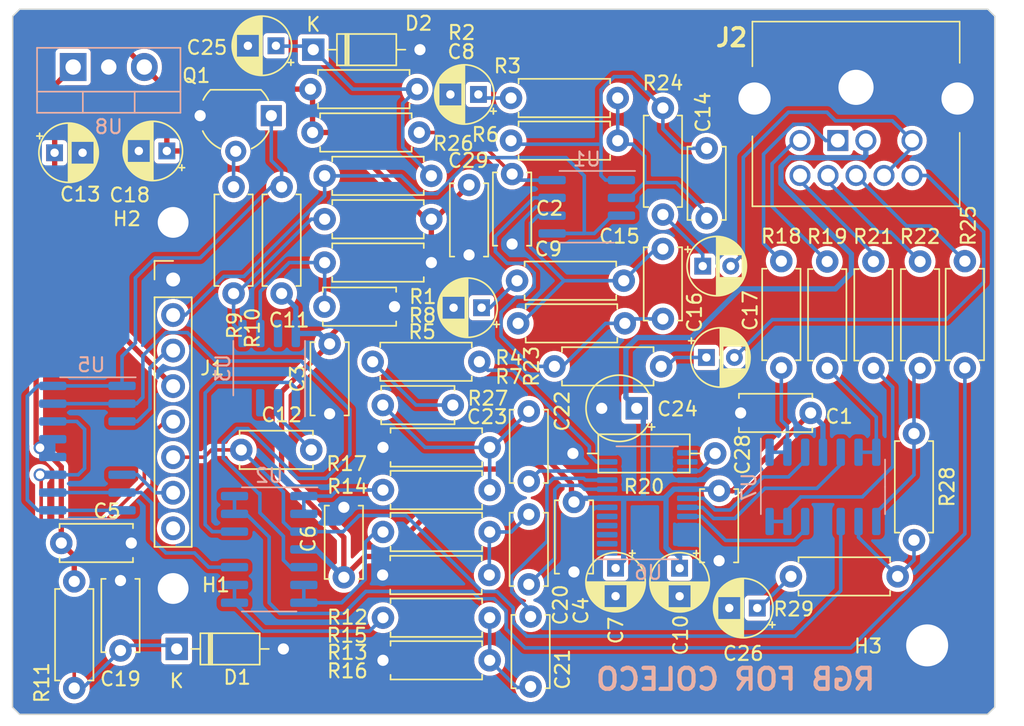
<source format=kicad_pcb>
(kicad_pcb (version 20221018) (generator pcbnew)
  (layers (0 "F.Cu" signal) (31 "B.Cu" signal) (34 "B.Paste" user) (35 "F.Paste" user) (36 "B.SilkS" user "B.Silkscreen") (37 "F.SilkS" user "F.Silkscreen") (38 "B.Mask" user) (39 "F.Mask" user) (44 "Edge.Cuts" user))
  (net 0 "")
  (net 1 "VDDF")
  (net 2 "GNDD")
  (net 3 "/blue")
  (net 4 "/green")
  (net 5 "/comp_vid")
  (net 6 "/sync")
  (net 7 "/audio_1")
  (net 8 "/red")
  (net 9 "/audio_2")
  (net 10 "+5VD")
  (net 11 "/Y")
  (net 12 "Net-(C14-Pad2)")
  (net 13 "Net-(C15-Pad2)")
  (net 14 "/Pr")
  (net 15 "/Pb")
  (net 16 "Net-(Q1-B)")
  (net 17 "Net-(D1-K)")
  (net 18 "Net-(C21-Pad2)")
  (net 19 "Net-(C22-Pad2)")
  (net 20 "Net-(Q1-E)")
  (net 21 "Net-(C8-Pad1)")
  (net 22 "Net-(C9-Pad1)")
  (net 23 "Net-(U3-INT)")
  (net 24 "Net-(U3-VIDEO)")
  (net 25 "Net-(U1A--)")
  (net 26 "Net-(U1B--)")
  (net 27 "Net-(U6-Pr)")
  (net 28 "Net-(C20-Pad2)")
  (net 29 "Net-(U6-Pb)")
  (net 30 "Net-(U6-Y)")
  (net 31 "Net-(U6-SYNC)")
  (net 32 "Net-(J1-Pin_2)")
  (net 34 "Net-(U3-BURST)")
  (net 35 "Net-(U2B--)")
  (net 36 "Net-(U2C--)")
  (net 37 "Net-(U2A--)")
  (net 38 "Net-(U6-R_EXT)")
  (net 39 "Net-(U2B-+)")
  (net 40 "Net-(U2C-+)")
  (net 41 "Net-(U2D-+)")
  (net 51 "Net-(C16-Pad1)")
  (net 52 "Net-(C17-Pad1)")
  (net 53 "Net-(U2D--)")
  (net 54 "Net-(U1C-V+)")
  (net 55 "Net-(C23-Pad1)")
  (net 56 "Net-(U7B-+)")
  (net 57 "Net-(U7A-+)")
  (net 58 "Net-(U7D-+)")
  (net 59 "Net-(U7D--)")
  (net 60 "Net-(U7C--)")
  (net 61 "Net-(U7B--)")
  (net 62 "Net-(U7A--)")
  (net 63 "Net-(D2-K)")
  (net 64 "Net-(R22-Pad1)")
  (net 65 "Net-(C26-Pad1)")
  (footprint "Capacitor_THT:CP_Radial_D4.0mm_P2.00mm" (layer "F.Cu") (at 135.5926 59.436 180)
    (fp_text reference "C8")
    (fp_text value "10uF")
  )
  (footprint "Resistor_THT:R_Axial_DIN0207_L6.3mm_D2.5mm_P7.62mm_Horizontal" (layer "F.Cu") (at 167.132 78.994 90)
    (fp_text reference "R22")
    (fp_text value "75R")
  )
  (footprint "Resistor_THT:R_Axial_DIN0207_L6.3mm_D2.5mm_P7.62mm_Horizontal" (layer "F.Cu") (at 136.398 87.7062 180)
    (fp_text reference "R14")
    (fp_text value "160R")
  )
  (footprint "Diode_THT:D_DO-35_SOD27_P7.62mm_Horizontal" (layer "F.Cu") (at 123.7996 56.2356)
    (fp_text reference "D2")
    (fp_text value "2.4V")
  )
  (footprint "Capacitor_THT:CP_Radial_D4.0mm_P2.00mm" (layer "F.Cu") (at 121.1326 55.9562 180)
    (fp_text reference "C25")
    (fp_text value "10uF")
  )
  (footprint "Resistor_THT:R_Axial_DIN0207_L6.3mm_D2.5mm_P7.62mm_Horizontal" (layer "F.Cu") (at 166.7002 83.6676 -90)
    (fp_text reference "R28")
    (fp_text value "200R")
  )
  (footprint "Resistor_THT:R_Axial_DIN0207_L6.3mm_D2.5mm_P7.62mm_Horizontal" (layer "F.Cu") (at 132.2324 71.4502 180)
    (fp_text reference "R5")
    (fp_text value "580k")
  )
  (footprint "Resistor_THT:R_Axial_DIN0207_L6.3mm_D2.5mm_P7.62mm_Horizontal" (layer "F.Cu") (at 145.9738 72.7456 180)
    (fp_text reference "R4")
    (fp_text value "3K3")
  )
  (footprint "Resistor_THT:R_Axial_DIN0207_L6.3mm_D2.5mm_P7.62mm_Horizontal" (layer "F.Cu") (at 132.2324 65.2526 180)
    (fp_text reference "R1")
    (fp_text value "100K")
  )
  (footprint "Capacitor_THT:CP_Radial_D4.0mm_P2.00mm" (layer "F.Cu") (at 135.8212 74.676 180)
    (fp_text reference "C9")
    (fp_text value "10uF")
  )
  (footprint "Resistor_THT:R_Axial_DIN0207_L6.3mm_D2.5mm_P7.62mm_Horizontal" (layer "F.Cu") (at 128.7526 93.7768)
    (fp_text reference "R15")
    (fp_text value "620R")
  )
  (footprint "Resistor_THT:R_Axial_DIN0207_L6.3mm_D2.5mm_P10.16mm_Horizontal" (layer "F.Cu") (at 152.5016 85.09 180)
    (fp_text reference "R20")
    (fp_text value "10K")
  )
  (footprint "Capacitor_THT:C_Disc_D5.0mm_W2.5mm_P5.00mm" (layer "F.Cu") (at 133.7672 81.6356 180)
    (fp_text reference "C23")
    (fp_text value "100nF")
  )
  (footprint "Capacitor_THT:C_Disc_D5.0mm_W2.5mm_P5.00mm" (layer "F.Cu") (at 154.3196 82.1944)
    (fp_text reference "C1")
    (fp_text value "100nF")
  )
  (footprint "Resistor_THT:R_Axial_DIN0207_L6.3mm_D2.5mm_P7.62mm_Horizontal" (layer "F.Cu") (at 157.226 78.9686 90)
    (fp_text reference "R18")
    (fp_text value "75R")
  )
  (footprint "Capacitor_THT:C_Disc_D5.0mm_W2.5mm_P5.00mm" (layer "F.Cu") (at 118.658 84.836)
    (fp_text reference "C12")
    (fp_text value "100nF")
  )
  (footprint "Resistor_THT:R_Axial_DIN0207_L6.3mm_D2.5mm_P7.62mm_Horizontal" (layer "F.Cu") (at 137.922 62.738)
    (fp_text reference "R6")
    (fp_text value "1K")
  )
  (footprint "Capacitor_THT:C_Disc_D5.0mm_W2.5mm_P5.00mm" (layer "F.Cu") (at 110.0328 99.1724 90)
    (fp_text reference "C19")
    (fp_text value "100nF")
  )
  (footprint "Capacitor_THT:C_Disc_D5.0mm_W2.5mm_P5.00mm" (layer "F.Cu") (at 129.6016 74.5998 180)
    (fp_text reference "C11")
    (fp_text value "100nF")
  )
  (footprint "Resistor_THT:R_Axial_DIN0207_L6.3mm_D2.5mm_P7.62mm_Horizontal" (layer "F.Cu") (at 157.9118 93.8784)
    (fp_text reference "R29")
    (fp_text value "200R")
  )
  (footprint "Capacitor_THT:CP_Radial_D4.0mm_P2.00mm" (layer "F.Cu") (at 155.5062 96.139 180)
    (fp_text reference "C26")
    (fp_text value "10uF")
  )
  (footprint "Resistor_THT:R_Axial_DIN0207_L6.3mm_D2.5mm_P7.62mm_Horizontal" (layer "F.Cu") (at 160.5026 78.994 90)
    (fp_text reference "R19")
    (fp_text value "75R")
  )
  (footprint "MountingHole:MountingHole_2.2mm_M2_DIN965_Pad" (layer "F.Cu") (at 113.792 94.742)
    (fp_text reference "H1")
    (fp_text value "MountingHole_Pad")
  )
  (footprint "MountingHole:MountingHole_3mm_Pad" (layer "F.Cu") (at 167.64 98.806)
    (fp_text reference "H3")
    (fp_text value "MountingHole_Pad")
  )
  (footprint "Resistor_THT:R_Axial_DIN0207_L6.3mm_D2.5mm_P7.62mm_Horizontal" (layer "F.Cu") (at 146.05 75.7936 180)
    (fp_text reference "R7")
    (fp_text value "1k")
  )
  (footprint "Capacitor_THT:CP_Radial_Tantal_D4.5mm_P2.50mm" (layer "F.Cu") (at 146.899 81.8642 180)
    (fp_text reference "C24")
    (fp_text value "10uF")
  )
  (footprint "Resistor_THT:R_Axial_DIN0207_L6.3mm_D2.5mm_P7.62mm_Horizontal" (layer "F.Cu") (at 148.6408 78.867 180)
    (fp_text reference "R23")
    (fp_text value "330R")
  )
  (footprint "Capacitor_THT:C_Disc_D5.0mm_W2.5mm_P5.00mm" (layer "F.Cu") (at 148.7678 70.4742 -90)
    (fp_text reference "C15")
    (fp_text value "22pF")
  )
  (footprint "Resistor_THT:R_Axial_DIN0207_L6.3mm_D2.5mm_P7.62mm_Horizontal" (layer "F.Cu") (at 145.542 59.69 180)
    (fp_text reference "R3")
    (fp_text value "3K3")
  )
  (footprint "Capacitor_THT:CP_Radial_D4.0mm_P2.00mm" (layer "F.Cu") (at 151.6126 71.7042)
    (fp_text reference "C16")
    (fp_text value "10uF")
  )
  (footprint "Resistor_THT:R_Axial_DIN0207_L6.3mm_D2.5mm_P7.62mm_Horizontal" (layer "F.Cu") (at 128.778 84.6582)
    (fp_text reference "R17")
    (fp_text value "910R")
  )
  (footprint "Resistor_THT:R_Axial_DIN0207_L6.3mm_D2.5mm_P7.62mm_Horizontal" (layer "F.Cu") (at 131.2164 59.055 180)
    (fp_text reference "R2")
    (fp_text value "470R")
  )
  (footprint "Resistor_THT:R_Axial_DIN0207_L6.3mm_D2.5mm_P7.62mm_Horizontal" (layer "F.Cu") (at 121.539 66.04 -90)
    (fp_text reference "R10")
    (fp_text value "1K")
  )
  (footprint "Capacitor_THT:C_Disc_D5.0mm_W2.5mm_P5.00mm" (layer "F.Cu") (at 139.192 94.448 90)
    (fp_text reference "C20")
    (fp_text value "100nF")
  )
  (footprint "Capacitor_THT:C_Disc_D5.0mm_W2.5mm_P5.00mm" (layer "F.Cu") (at 142.4178 93.559 90)
    (fp_text reference "C4")
    (fp_text value "100nF")
  )
  (footprint "Resistor_THT:R_Axial_DIN0207_L6.3mm_D2.5mm_P7.62mm_Horizontal" (layer "F.Cu") (at 128.778 90.7034)
    (fp_text reference "R12")
    (fp_text value "910R")
  )
  (footprint "Resistor_THT:R_Axial_DIN0207_L6.3mm_D2.5mm_P7.62mm_Horizontal" (layer "F.Cu") (at 131.3688 62.1538 180)
    (fp_text reference "R26")
    (fp_text value "10R")
  )
  (footprint "Capacitor_THT:C_Disc_D5.0mm_W2.5mm_P5.00mm" (layer "F.Cu") (at 125.984 88.94 -90)
    (fp_text reference "C6")
    (fp_text value "100nF")
  )
  (footprint "Resistor_THT:R_Axial_DIN0207_L6.3mm_D2.5mm_P7.62mm_Horizontal" (layer "F.Cu") (at 163.8046 78.994 90)
    (fp_text reference "R21")
    (fp_text value "75R")
  )
  (footprint "Capacitor_THT:CP_Radial_D4.0mm_P2.00mm" (layer "F.Cu") (at 151.8732 78.232)
    (fp_text reference "C17")
    (fp_text value "10uF")
  )
  (footprint "Capacitor_THT:C_Disc_D5.0mm_W2.5mm_P5.00mm" (layer "F.Cu") (at 124.968 82.256 90)
    (fp_text reference "C3")
    (fp_text value "100nF")
  )
  (footprint "Capacitor_THT:C_Disc_D5.0mm_W2.5mm_P5.00mm" (layer "F.Cu") (at 152.781 92.757 90)
    (fp_text reference "C28")
    (fp_text value "100nF")
  )
  (footprint "Capacitor_THT:CP_Radial_D4.0mm_P2.00mm" (layer "F.Cu") (at 105.326401 63.6016)
    (fp_text reference "C13")
    (fp_text value "10uF")
  )
  (footprint "Resistor_THT:R_Axial_DIN0207_L6.3mm_D2.5mm_P7.62mm_Horizontal" (layer "F.Cu") (at 148.7678 68.0212 90)
    (fp_text reference "R24")
    (fp_text value "330R")
  )
  (footprint "Capacitor_THT:C_Disc_D5.0mm_W2.5mm_P5.00mm" (layer "F.Cu") (at 134.9248 70.9022 90)
    (fp_text reference "C29")
    (fp_text value "100nF")
  )
  (footprint "Capacitor_THT:CP_Radial_D4.0mm_P2.00mm" (layer "F.Cu") (at 113.342199 63.4746 180)
    (fp_text reference "C18")
    (fp_text value "4.7uF")
  )
  (footprint "Resistor_THT:R_Axial_DIN0207_L6.3mm_D2.5mm_P7.62mm_Horizontal" (layer "F.Cu") (at 128.778 99.8728)
    (fp_text reference "R16")
    (fp_text value "910R")
  )
  (footprint "Resistor_THT:R_Axial_DIN0207_L6.3mm_D2.5mm_P7.62mm_Horizontal" (layer "F.Cu") (at 135.6614 78.5368 180)
    (fp_text reference "R27")
    (fp_text value "200R")
  )
  (footprint "Capacitor_THT:C_Disc_D5.0mm_W2.5mm_P5.00mm" (layer "F.Cu") (at 110.8056 91.4908 180)
    (fp_text reference "C5")
    (fp_text value "100nF")
  )
  (footprint "Capacitor_THT:C_Disc_D5.0mm_W2.5mm_P5.00mm" (layer "F.Cu") (at 137.9982 70.1256 90)
    (fp_text reference "C2")
    (fp_text value "100nF")
  )
  (footprint "Connector_PinHeader_2.54mm:PinHeader_1x08_P2.54mm_Vertical" (layer "F.Cu") (at 113.792 72.659)
    (fp_text reference "J1")
    (fp_text value "Conn_01x08")
  )
  (footprint "Package_TO_SOT_THT:TO-92_Wide" (layer "F.Cu") (at 120.8024 60.952 180)
    (fp_text reference "Q1")
    (fp_text value "2N3906")
  )
  (footprint "Capacitor_THT:CP_Radial_D4.0mm_P2.00mm" (layer "F.Cu") (at 149.9616 93.2942 -90)
    (fp_text reference "C10")
    (fp_text value "10uF")
  )
  (footprint "Diode_THT:D_DO-35_SOD27_P7.62mm_Horizontal" (layer "F.Cu") (at 114.046 99.06)
    (fp_text reference "D1")
    (fp_text value "2.4V")
  )
  (footprint "Resistor_THT:R_Axial_DIN0207_L6.3mm_D2.5mm_P7.62mm_Horizontal" (layer "F.Cu") (at 170.3324 78.9686 90)
    (fp_text reference "R25")
    (fp_text value "75R")
  )
  (footprint "Resistor_THT:R_Axial_DIN0207_L6.3mm_D2.5mm_P7.62mm_Horizontal" (layer "F.Cu") (at 106.7308 94.234 -90)
    (fp_text reference "R11")
    (fp_text value "470R")
  )
  (footprint "Resistor_THT:R_Axial_DIN0207_L6.3mm_D2.5mm_P7.62mm_Horizontal" (layer "F.Cu") (at 136.398 96.828 180)
    (fp_text reference "R13")
    (fp_text value "680R")
  )
  (footprint "Resistor_THT:R_Axial_DIN0207_L6.3mm_D2.5mm_P7.62mm_Horizontal" (layer "F.Cu") (at 132.2324 68.3514 180)
    (fp_text reference "R8")
    (fp_text value "3K3")
  )
  (footprint "Capacitor_THT:C_Disc_D5.0mm_W2.5mm_P5.00mm" (layer "F.Cu") (at 139.319 96.7486 -90)
    (fp_text reference "C21")
    (fp_text value "100nF")
  )
  (footprint "Capacitor_THT:CP_Radial_D4.0mm_P2.00mm" (layer "F.Cu") (at 145.3896 93.286801 -90)
    (fp_text reference "C7")
    (fp_text value "10uF")
  )
  (footprint "MountingHole:MountingHole_2.2mm_M2_DIN965_Pad" (layer "F.Cu") (at 113.792 68.58)
    (fp_text reference "H2")
    (fp_text value "MountingHole_Pad")
  )
  (footprint "Resistor_THT:R_Axial_DIN0207_L6.3mm_D2.5mm_P7.62mm_Horizontal" (layer "F.Cu") (at 118.11 66.04 -90)
    (fp_text reference "R9")
    (fp_text value "100R")
  )
  (footprint "Capacitor_THT:C_Disc_D5.0mm_W2.5mm_P5.00mm" (layer "F.Cu") (at 139.192 87.082 90)
    (fp_text reference "C22")
    (fp_text value "100nF")
  )
  (footprint "KiCad:MD90SM" (layer "F.Cu") (at 161.26 62.728)
    (fp_text reference "J2")
    (fp_text value "MD-90SM" hide)
  )
  (footprint "Capacitor_THT:C_Disc_D5.0mm_W2.5mm_P5.00mm" (layer "F.Cu") (at 151.892 68.286 90)
    (fp_text reference "C14")
    (fp_text value "22pF")
  )
  (footprint "Package_SO:SO-14_3.9x8.65mm_P1.27mm" (layer "B.Cu") (at 160.1978 87.4776 -90)
    (fp_text reference "U7")
    (fp_text value "MAX4395ESD")
  )
  (footprint "Package_SO:SOIC-16_3.9x9.9mm_P1.27mm" (layer "B.Cu") (at 107.6691 84.709 180)
    (fp_text reference "U5")
    (fp_text value "ADG453")
  )
  (footprint "Package_SO:SOIC-8_3.9x4.9mm_P1.27mm" (layer "B.Cu") (at 143.3322 67.4624 180)
    (fp_text reference "U1")
    (fp_text value "NE5532")
  )
  (footprint "Package_SO:TSSOP-24_4.4x7.8mm_P0.65mm" (layer "B.Cu") (at 147.6502 88.6206)
    (fp_text reference "U6")
    (fp_text value "LMH1251")
  )
  (footprint "Package_TO_SOT_THT:TO-220-3_Vertical" (layer "B.Cu") (at 106.6546 57.475)
    (fp_text reference "U8")
    (fp_text value "L7805")
  )
  (footprint "Package_SO:SOIC-8_3.9x4.9mm_P1.27mm" (layer "B.Cu") (at 120.65 78.994 90)
    (fp_text reference "U3")
    (fp_text value "LM1881")
  )
  (footprint "Package_SO:SO-14_3.9x8.65mm_P1.27mm" (layer "B.Cu") (at 120.65 91.948 180)
    (fp_text reference "U2")
    (fp_text value "MAX4395ESD")
  )
  (gr_line (start 171.9453 103.7336) (end 172.466 103.2256) (stroke (width 0.1)) (layer "Edge.Cuts"))
  (gr_line (start 102.3239 103.2256) (end 102.3366 53.848) (stroke (width 0.1)) (layer "Edge.Cuts"))
  (gr_line (start 102.8446 53.34) (end 171.958 53.34) (stroke (width 0.1)) (layer "Edge.Cuts"))
  (gr_line (start 102.8319 103.7336) (end 171.9453 103.7336) (stroke (width 0.1)) (layer "Edge.Cuts"))
  (gr_line (start 102.3239 103.2256) (end 102.8319 103.7336) (stroke (width 0.1)) (layer "Edge.Cuts"))
  (gr_line (start 102.8446 53.34) (end 102.3366 53.848) (stroke (width 0.1)) (layer "Edge.Cuts"))
  (gr_line (start 171.958 53.34) (end 172.466 53.848) (stroke (width 0.1)) (layer "Edge.Cuts"))
  (gr_line (start 172.466 103.2256) (end 172.466 53.848) (stroke (width 0.1)) (layer "Edge.Cuts"))
  (gr_text "RGB FOR COLECO" (at 164.084 102.108) (layer "B.SilkS") (effects (font (size 1.5 1.5) (thickness 0.3) bold) (justify left bottom mirror)))
  (segment (start 105.3338 71.8208) (end 113.792 80.279) (width 0.381) (layer "F.Cu") (net 1))
  (segment (start 106.6546 57.475) (end 105.3338 58.7958) (width 0.381) (layer "F.Cu") (net 1))
  (segment (start 105.3338 58.7958) (end 105.3338 71.8208) (width 0.381) (layer "F.Cu") (net 1))
  (segment (start 159.2326 61.5696) (end 160.391 62.728) (width 0.254) (layer "B.Cu") (net 3))
  (segment (start 155.956 63.7032) (end 158.0896 61.5696) (width 0.254) (layer "B.Cu") (net 3))
  (segment (start 155.956 70.0786) (end 155.956 63.7032) (width 0.254) (layer "B.Cu") (net 3))
  (segment (start 158.0896 61.5696) (end 159.2326 61.5696) (width 0.254) (layer "B.Cu") (net 3))
  (segment (start 157.226 71.3486) (end 155.956 70.0786) (width 0.254) (layer "B.Cu") (net 3))
  (segment (start 160.391 62.728) (end 161.26 62.728) (width 0.254) (layer "B.Cu") (net 3))
  (segment (start 156.5656 64.389) (end 156.5656 67.437) (width 0.254) (layer "B.Cu") (net 4))
  (segment (start 156.5656 67.437) (end 160.5026 71.374) (width 0.254) (layer "B.Cu") (net 4))
  (segment (start 158.56 62.728) (end 158.2266 62.728) (width 0.254) (layer "B.Cu") (net 4))
  (segment (start 158.2266 62.728) (end 156.5656 64.389) (width 0.254) (layer "B.Cu") (net 4))
  (segment (start 160.56 65.6656) (end 160.56 65.228) (width 0.254) (layer "B.Cu") (net 5))
  (segment (start 165.0238 69.2658) (end 164.1602 69.2658) (width 0.254) (layer "B.Cu") (net 5))
  (segment (start 164.1602 69.2658) (end 160.56 65.6656) (width 0.254) (layer "B.Cu") (net 5))
  (segment (start 167.132 71.374) (end 165.0238 69.2658) (width 0.254) (layer "B.Cu") (net 5))
  (segment (start 170.3324 71.3486) (end 167.8178 68.834) (width 0.254) (layer "B.Cu") (net 6))
  (segment (start 167.8178 68.834) (end 166.166 68.834) (width 0.254) (layer "B.Cu") (net 6))
  (segment (start 166.166 68.834) (end 162.56 65.228) (width 0.254) (layer "B.Cu") (net 6))
  (segment (start 157.734 60.706) (end 154.5082 63.9318) (width 0.254) (layer "B.Cu") (net 7))
  (segment (start 166.56 63.228) (end 166.56 62.728) (width 0.254) (layer "B.Cu") (net 7))
  (segment (start 161.0868 61.3156) (end 160.4772 60.706) (width 0.254) (layer "B.Cu") (net 7))
  (segment (start 160.4772 60.706) (end 157.734 60.706) (width 0.254) (layer "B.Cu") (net 7))
  (segment (start 164.56 65.228) (end 166.56 63.228) (width 0.254) (layer "B.Cu") (net 7))
  (segment (start 154.5082 63.9318) (end 154.5082 70.8086) (width 0.254) (layer "B.Cu") (net 7))
  (segment (start 166.56 62.728) (end 165.1476 61.3156) (width 0.254) (layer "B.Cu") (net 7))
  (segment (start 154.5082 70.8086) (end 153.6126 71.7042) (width 0.254) (layer "B.Cu") (net 7))
  (segment (start 165.1476 61.3156) (end 161.0868 61.3156) (width 0.254) (layer "B.Cu") (net 7))
  (segment (start 158.56 65.596) (end 163.8046 70.8406) (width 0.254) (layer "B.Cu") (net 8))
  (segment (start 158.56 65.228) (end 158.56 65.596) (width 0.254) (layer "B.Cu") (net 8))
  (segment (start 163.8046 70.8406) (end 163.8046 71.374) (width 0.254) (layer "B.Cu") (net 8))
  (segment (start 166.56 65.228) (end 167.6408 65.228) (width 0.254) (layer "B.Cu") (net 9))
  (segment (start 156.5783 75.5269) (end 168.9989 75.5269) (width 0.254) (layer "B.Cu") (net 9))
  (segment (start 171.6786 72.8472) (end 168.9989 75.5269) (width 0.254) (layer "B.Cu") (net 9))
  (segment (start 171.6786 69.2658) (end 171.6786 72.8472) (width 0.254) (layer "B.Cu") (net 9))
  (segment (start 167.6408 65.228) (end 171.6786 69.2658) (width 0.254) (layer "B.Cu") (net 9))
  (segment (start 153.8732 78.232) (end 156.5783 75.5269) (width 0.254) (layer "B.Cu") (net 9))
  (segment (start 121.539 86.6394) (end 125.984 91.0844) (width 0.381) (layer "F.Cu") (net 10))
  (segment (start 159.3196 82.1944) (end 153.757 87.757) (width 0.381) (layer "F.Cu") (net 10))
  (segment (start 123.7488 59.2074) (end 123.5964 59.055) (width 0.381) (layer "F.Cu") (net 10))
  (segment (start 109.8856 55.626) (end 111.7346 57.475) (width 0.381) (layer "F.Cu") (net 10))
  (segment (start 104.4951 84.6836) (end 104.0638 84.2523) (width 0.381) (layer "F.Cu") (net 10))
  (segment (start 132.2324 68.3514) (end 132.4756 68.3514) (width 0.381) (layer "F.Cu") (net 10))
  (segment (start 115.4684 63.4746) (end 119.888 59.055) (width 0.381) (layer "F.Cu") (net 10))
  (segment (start 124.968 77.256) (end 121.539 80.685) (width 0.381) (layer "F.Cu") (net 10))
  (segment (start 113.342199 63.4746) (end 115.4684 63.4746) (width 0.381) (layer "F.Cu") (net 10))
  (segment (start 124.968 76.74717) (end 124.968 77.256) (width 0.381) (layer "F.Cu") (net 10))
  (segment (start 138.2776 85.217) (end 137.287 86.2076) (width 0.381) (layer "F.Cu") (net 10))
  (segment (start 132.4756 68.3514) (end 134.9248 65.9022) (width 0.381) (layer "F.Cu") (net 10))
  (segment (start 153.757 87.757) (end 152.781 87.757) (width 0.381) (layer "F.Cu") (net 10))
  (segment (start 104.28682 84.6836) (end 104.4443 84.6836) (width 0.381) (layer "F.Cu") (net 10))
  (segment (start 104.007073 84.403853) (end 104.007073 56.927327) (width 0.381) (layer "F.Cu") (net 10))
  (segment (start 132.2324 68.3514) (end 132.2324 69.48277) (width 0.381) (layer "F.Cu") (net 10))
  (segment (start 105.8056 86.0449) (end 105.8056 91.4908) (width 0.381) (layer "F.Cu") (net 10))
  (segment (start 132.2324 68.3514) (end 131.826 68.3514) (width 0.381) (layer "F.Cu") (net 10))
  (segment (start 106.7308 94.234) (end 106.7308 92.416) (width 0.381) (layer "F.Cu") (net 10))
  (segment (start 121.539 80.685) (end 121.539 86.6394) (width 0.381) (layer "F.Cu") (net 10))
  (segment (start 123.7488 62.1538) (end 123.7488 59.2074) (width 0.381) (layer "F.Cu") (net 10))
  (segment (start 131.826 68.3514) (end 125.6284 62.1538) (width 0.381) (layer "F.Cu") (net 10))
  (segment (start 119.888 59.055) (end 123.5964 59.055) (width 0.381) (layer "F.Cu") (net 10))
  (segment (start 125.6284 62.1538) (end 123.7488 62.1538) (width 0.381) (layer "F.Cu") (net 10))
  (segment (start 104.4443 84.6836) (end 105.8056 86.0449) (width 0.381) (layer "F.Cu") (net 10))
  (segment (start 125.984 91.0844) (end 125.984 93.94) (width 0.381) (layer "F.Cu") (net 10))
  (segment (start 104.28682 84.6836) (end 104.4951 84.6836) (width 0.381) (layer "F.Cu") (net 10))
  (segment (start 104.28682 84.6836) (end 104.007073 84.403853) (width 0.381) (layer "F.Cu") (net 10))
  (segment (start 135.1788 86.2076) (end 128.9304 92.456) (width 0.381) (layer "F.Cu") (net 10))
  (segment (start 128.9304 92.456) (end 127.468 92.456) (width 0.381) (layer "F.Cu") (net 10))
  (segment (start 137.287 86.2076) (end 135.1788 86.2076) (width 0.381) (layer "F.Cu") (net 10))
  (segment (start 113.342199 63.4746) (end 113.342199 59.082599) (width 0.381) (layer "F.Cu") (net 10))
  (segment (start 104.007073 56.927327) (end 105.3084 55.626) (width 0.381) (layer "F.Cu") (net 10))
  (segment (start 142.24 88.3158) (end 142.24 87.249) (width 0.381) (layer "F.Cu") (net 10))
  (segment (start 140.208 85.217) (end 138.2776 85.217) (width 0.381) (layer "F.Cu") (net 10))
  (segment (start 113.342199 59.082599) (end 111.7346 57.475) (width 0.381) (layer "F.Cu") (net 10))
  (segment (start 106.7308 92.416) (end 105.8056 91.4908) (width 0.381) (layer "F.Cu") (net 10))
  (segment (start 127.468 92.456) (end 125.984 93.94) (width 0.381) (layer "F.Cu") (net 10))
  (segment (start 142.24 87.249) (end 140.208 85.217) (width 0.381) (layer "F.Cu") (net 10))
  (segment (start 132.2324 69.48277) (end 124.968 76.74717) (width 0.381) (layer "F.Cu") (net 10))
  (segment (start 105.3084 55.626) (end 109.8856 55.626) (width 0.381) (layer "F.Cu") (net 10))
  (via (at 104.28682 84.6836) (size 0.9144) (drill 0.6096) (layers "F.Cu" "B.Cu") (net 10))
  (segment (start 122.555 76.519) (end 122.555 74.676) (width 0.381) (layer "B.Cu") (net 10))
  (segment (start 147.3708 82.336) (end 147.3708 88.2004) (width 0.381) (layer "B.Cu") (net 10))
  (segment (start 105.1941 84.709) (end 105.1941 84.4804) (width 0.381) (layer "B.Cu") (net 10))
  (segment (start 105.1941 85.344) (end 105.1941 84.709) (width 0.381) (layer "B.Cu") (net 10))
  (segment (start 104.5967 84.836) (end 104.4697 84.709) (width 0.381) (layer "B.Cu") (net 10))
  (segment (start 142.2602 88.2956) (end 142.24 88.3158) (width 0.381) (layer "B.Cu") (net 10))
  (segment (start 145.965128 92.711273) (end 145.965128 88.388528) (width 0.381) (layer "B.Cu") (net 10))
  (segment (start 161.0868 73.3298) (end 154.2796 73.3298) (width 0.381) (layer "B.Cu") (net 10))
  (segment (start 145.3896 93.286801) (end 145.965128 92.711273) (width 0.381) (layer "B.Cu") (net 10))
  (segment (start 149.662345 92.1956) (end 149.371 92.1956) (width 0.381) (layer "B.Cu") (net 10))
  (segment (start 147.2808 88.2904) (end 148.90156 88.2904) (width 0.381) (layer "B.Cu") (net 10))
  (segment (start 144.7877 88.2956) (end 142.2602 88.2956) (width 0.381) (layer "B.Cu") (net 10))
  (segment (start 162.2298 70.8406) (end 162.2298 72.1868) (width 0.381) (layer "B.Cu") (net 10))
  (segment (start 163.26 62.728) (end 163.26 63.78866) (width 0.381) (layer "B.Cu") (net 10))
  (segment (start 150.7998 76.8096) (end 146.939 76.8096) (width 0.381) (layer "B.Cu") (net 10))
  (segment (start 105.1941 84.709) (end 105.0671 84.836) (width 0.381) (layer "B.Cu") (net 10))
  (segment (start 148.99156 91.81616) (end 148.99156 88.2004) (width 0.381) (layer "B.Cu") (net 10))
  (segment (start 148.99156 88.2004) (end 149.54636 87.6456) (width 0.381) (layer "B.Cu") (net 10))
  (segment (start 163.09146 63.9572) (end 157.861 63.9572) (width 0.381) (layer "B.Cu") (net 10))
  (segment (start 147.2756 88.2956) (end 145.8722 88.2956) (width 0.381) (layer "B.Cu") (net 10))
  (segment (start 145.8722 88.2956) (end 144.7877 88.2956) (width 0.381) (layer "B.Cu") (net 10))
  (segment (start 104.28682 84.6836) (end 104.31222 84.709) (width 0.381) (layer "B.Cu") (net 10))
  (segment (start 142.4178 88.559) (end 142.4178 88.4532) (width 0.381) (layer "B.Cu") (net 10))
  (segment (start 122.555 76.519) (end 124.231 76.519) (width 0.381) (layer "B.Cu") (net 10))
  (segment (start 150.5127 92.1956) (end 149.662345 92.1956) (width 0.381) (layer "B.Cu") (net 10))
  (segment (start 105.1941 84.4804) (end 104.6983 84.4804) (width 0.381) (layer "B.Cu") (net 10))
  (segment (start 146.939 76.8096) (end 146.1262 77.6224) (width 0.381) (layer "B.Cu") (net 10))
  (segment (start 149.9616 92.494855) (end 149.662345 92.1956) (width 0.381) (layer "B.Cu") (net 10))
  (segment (start 157.861 63.9572) (end 157.2006 64.6176) (width 0.381) (layer "B.Cu") (net 10))
  (segment (start 159.3196 82.1944) (end 160.1978 83.0726) (width 0.381) (layer "B.Cu") (net 10))
  (segment (start 142.4178 88.4532) (end 142.2602 88.2956) (width 0.381) (layer "B.Cu") (net 10))
  (segment (start 154.2796 73.3298) (end 150.7998 76.8096) (width 0.381) (layer "B.Cu") (net 10))
  (segment (start 163.26 63.78866) (end 163.09146 63.9572) (width 0.381) (layer "B.Cu") (net 10))
  (segment (start 105.0671 84.836) (end 105.0671 85.217) (width 0.381) (layer "B.Cu") (net 10))
  (segment (start 122.555 74.676) (end 121.539 73.66) (width 0.381) (layer "B.Cu") (net 10))
  (segment (start 104.94722 85.344) (end 105.1941 85.344) (width 0.381) (layer "B.Cu") (net 10))
  (segment (start 147.2756 88.2956) (end 147.2808 88.2904) (width 0.381) (layer "B.Cu") (net 10))
  (segment (start 146.1262 81.0914) (end 147.3708 82.336) (width 0.381) (layer "B.Cu") (net 10))
  (segment (start 105.0671 84.836) (end 104.5967 84.836) (width 0.381) (layer "B.Cu") (net 10))
  (segment (start 124.231 76.519) (end 124.968 77.256) (width 0.381) (layer "B.Cu") (net 10))
  (segment (start 152.6696 87.6456) (end 152.781 87.757) (width 0.381) (layer "B.Cu") (net 10))
  (segment (start 150.5127 87.6456) (end 152.6696 87.6456) (width 0.381) (layer "B.Cu") (net 10))
  (segment (start 104.31222 84.709) (end 104.4697 84.709) (width 0.381) (layer "B.Cu") (net 10))
  (segment (start 148.90156 88.2904) (end 148.99156 88.2004) (width 0.381) (layer "B.Cu") (net 10))
  (segment (start 104.6983 84.4804) (end 104.4697 84.709) (width 0.381) (layer "B.Cu") (net 10))
  (segment (start 123.125 91.948) (end 123.992 91.948) (width 0.381) (layer "B.Cu") (net 10))
  (segment (start 160.1978 83.0726) (end 160.1978 85.0026) (width 0.381) (layer "B.Cu") (net 10))
  (segment (start 123.992 91.948) (end 125.984 93.94) (width 0.381) (layer "B.Cu") (net 10))
  (segment (start 149.54636 87.6456) (end 150.5127 87.6456) (width 0.381) (layer "B.Cu") (net 10))
  (segment (start 105.1941 84.4804) (end 105.1941 84.074) (width 0.381) (layer "B.Cu") (net 10))
  (segment (start 157.2006 64.6176) (end 157.2006 65.8114) (width 0.381) (layer "B.Cu") (net 10))
  (segment (start 105.0671 85.217) (end 105.1941 85.344) (width 0.381) (layer "B.Cu") (net 10))
  (segment (start 162.2298 72.1868) (end 161.0868 73.3298) (width 0.381) (layer "B.Cu") (net 10))
  (segment (start 104.28682 84.6836) (end 104.94722 85.344) (width 0.381) (layer "B.Cu") (net 10))
  (segment (start 145.965128 88.388528) (end 145.8722 88.2956) (width 0.381) (layer "B.Cu") (net 10))
  (segment (start 149.9616 93.2942) (end 149.9616 92.494855) (width 0.381) (layer "B.Cu") (net 10))
  (segment (start 157.2006 65.8114) (end 162.2298 70.8406) (width 0.381) (layer "B.Cu") (net 10))
  (segment (start 146.1262 77.6224) (end 146.1262 81.0914) (width 0.381) (layer "B.Cu") (net 10))
  (segment (start 149.371 92.1956) (end 148.99156 91.81616) (width 0.381) (layer "B.Cu") (net 10))
  (segment (start 147.3708 88.2004) (end 147.2756 88.2956) (width 0.381) (layer "B.Cu") (net 10))
  (segment (start 113.792 85.359) (end 116.0122 85.359) (width 0.254) (layer "F.Cu") (net 11))
  (segment (start 116.5352 84.836) (end 118.658 84.836) (width 0.254) (layer "F.Cu") (net 11))
  (segment (start 116.0122 85.359) (end 116.5352 84.836) (width 0.254) (layer "F.Cu") (net 11))
  (segment (start 138.077856 96.117056) (end 136.914028 94.953228) (width 0.254) (layer "B.Cu") (net 11))
  (segment (start 136.914028 94.953228) (end 135.847228 94.953228) (width 0.254) (layer "B.Cu") (net 11))
  (segment (start 135.847228 94.953228) (end 130.420972 89.526972) (width 0.254) (layer "B.Cu") (net 11))
  (segment (start 121.666 89.9922) (end 121.666 87.844) (width 0.254) (layer "B.Cu") (net 11))
  (segment (start 158.2166 98.1456) (end 139.052279 98.1456) (width 0.254) (layer "B.Cu") (net 11))
  (segment (start 127.084228 89.526972) (end 125.9332 90.678) (width 0.254) (layer "B.Cu") (net 11))
  (segment (start 161.4678 94.8944) (end 158.2166 98.1456) (width 0.254) (layer "B.Cu") (net 11))
  (segment (start 121.666 87.844) (end 118.658 84.836) (width 0.254) (layer "B.Cu") (net 11))
  (segment (start 122.3518 90.678) (end 121.666 89.9922) (width 0.254) (layer "B.Cu") (net 11))
  (segment (start 123.125 90.678) (end 122.3518 90.678) (width 0.254) (layer "B.Cu") (net 11))
  (segment (start 161.4678 89.9526) (end 161.4678 94.8944) (width 0.254) (layer "B.Cu") (net 11))
  (segment (start 138.077856 97.171177) (end 138.077856 96.117056) (width 0.254) (layer "B.Cu") (net 11))
  (segment (start 130.420972 89.526972) (end 127.084228 89.526972) (width 0.254) (layer "B.Cu") (net 11))
  (segment (start 139.052279 98.1456) (end 138.077856 97.171177) (width 0.254) (layer "B.Cu") (net 11))
  (segment (start 125.9332 90.678) (end 123.125 90.678) (width 0.254) (layer "B.Cu") (net 11))
  (segment (start 150.154 63.286) (end 151.892 63.286) (width 0.254) (layer "B.Cu") (net 12))
  (segment (start 144.3482 65.2272) (end 144.3482 62.98448) (width 0.254) (layer "B.Cu") (net 12))
  (segment (start 150.154 63.286) (end 148.7678 61.8998) (width 0.254) (layer "B.Cu") (net 12))
  (segment (start 144.3482 59.1058) (end 145.288 58.166) (width 0.254) (layer "B.Cu") (net 12))
  (segment (start 145.8072 65.5574) (end 144.6784 65.5574) (width 0.254) (layer "B.Cu") (net 12))
  (segment (start 137.922 62.992) (end 144.34068 62.992) (width 0.254) (layer "B.Cu") (net 12))
  (segment (start 144.6784 65.5574) (end 144.3482 65.2272) (width 0.254) (layer "B.Cu") (net 12))
  (segment (start 146.5326 58.166) (end 145.288 58.166) (width 0.254) (layer "B.Cu") (net 12))
  (segment (start 144.3482 62.98448) (end 144.3482 59.1058) (width 0.254) (layer "B.Cu") (net 12))
  (segment (start 144.34068 62.992) (end 144.3482 62.98448) (width 0.254) (layer "B.Cu") (net 12))
  (segment (start 148.7678 61.8998) (end 148.7678 60.4012) (width 0.254) (layer "B.Cu") (net 12))
  (segment (start 148.7678 60.4012) (end 146.5326 58.166) (width 0.254) (layer "B.Cu") (net 12))
  (segment (start 139.573 73.190121) (end 138.841093 73.922028) (width 0.254) (layer "B.Cu") (net 13))
  (segment (start 138.841093 73.922028) (end 138.294972 73.922028) (width 0.254) (layer "B.Cu") (net 13))
  (segment (start 146.3694 75.4742) (end 148.7678 75.4742) (width 0.254) (layer "B.Cu") (net 13))
  (segment (start 137.2108 76.708) (end 139.3698 78.867) (width 0.254) (layer "B.Cu") (net 13))
  (segment (start 138.8618 71.501) (end 139.573 72.2122) (width 0.254) (layer "B.Cu") (net 13))
  (segment (start 136.8044 69.5706) (end 136.8044 70.6628) (width 0.254) (layer "B.Cu") (net 13))
  (segment (start 139.5476 66.8274) (end 136.8044 69.5706) (width 0.254) (layer "B.Cu") (net 13))
  (segment (start 137.6426 71.501) (end 138.8618 71.501) (width 0.254) (layer "B.Cu") (net 13))
  (segment (start 139.3698 78.867) (end 141.605 78.867) (width 0.254) (layer "B.Cu") (net 13))
  (segment (start 141.605 78.867) (end 144.6784 75.7936) (width 0.254) (layer "B.Cu") (net 13))
  (segment (start 139.573 72.2122) (end 139.573 73.190121) (width 0.254) (layer "B.Cu") (net 13))
  (segment (start 140.8572 66.8274) (end 139.5476 66.8274) (width 0.254) (layer "B.Cu") (net 13))
  (segment (start 137.2108 75.0062) (end 137.2108 76.708) (width 0.254) (layer "B.Cu") (net 13))
  (segment (start 138.294972 73.922028) (end 137.2108 75.0062) (width 0.254) (layer "B.Cu") (net 13))
  (segment (start 144.6784 75.7936) (end 146.05 75.7936) (width 0.254) (layer "B.Cu") (net 13))
  (segment (start 136.8044 70.6628) (end 137.6426 71.501) (width 0.254) (layer "B.Cu") (net 13))
  (segment (start 146.05 75.7936) (end 146.3694 75.4742) (width 0.254) (layer "B.Cu") (net 13))
  (segment (start 111.2266 82.804) (end 110.1441 82.804) (width 0.254) (layer "B.Cu") (net 14))
  (segment (start 112.141 78.9686) (end 112.141 81.8896) (width 0.254) (layer "B.Cu") (net 14))
  (segment (start 113.3706 77.739) (end 112.141 78.9686) (width 0.254) (layer "B.Cu") (net 14))
  (segment (start 113.792 77.739) (end 113.3706 77.739) (width 0.254) (layer "B.Cu") (net 14))
  (segment (start 112.141 81.8896) (end 111.2266 82.804) (width 0.254) (layer "B.Cu") (net 14))
  (segment (start 110.1441 86.614) (end 111.252 86.614) (width 0.254) (layer "B.Cu") (net 15))
  (segment (start 112.537 87.899) (end 113.792 87.899) (width 0.254) (layer "B.Cu") (net 15))
  (segment (start 111.252 86.614) (end 112.537 87.899) (width 0.254) (layer "B.Cu") (net 15))
  (segment (start 118.11 66.04) (end 118.11 63.6444) (width 0.254) (layer "B.Cu") (net 16))
  (segment (start 118.11 63.6444) (end 118.2624 63.492) (width 0.254) (layer "B.Cu") (net 16))
  (segment (start 104.3686 96.4946) (end 106.6292 98.7552) (width 0.254) (layer "F.Cu") (net 17))
  (segment (start 113.792 82.819) (end 113.1928 82.819) (width 0.254) (layer "F.Cu") (net 17))
  (segment (start 104.3686 86.69578) (end 104.3686 96.4946) (width 0.254) (layer "F.Cu") (net 17))
  (segment (start 104.28682 86.614) (end 104.3686 86.69578) (width 0.254) (layer "F.Cu") (net 17))
  (segment (start 108.458 97.028) (end 106.7308 98.7552) (width 0.254) (layer "F.Cu") (net 17))
  (segment (start 108.458 90.424) (end 108.458 97.028) (width 0.254) (layer "F.Cu") (net 17))
  (segment (start 106.7308 98.7552) (end 106.7308 101.854) (width 0.254) (layer "F.Cu") (net 17))
  (segment (start 106.6292 98.7552) (end 106.7308 98.7552) (width 0.254) (layer "F.Cu") (net 17))
  (segment (start 111.7346 87.1474) (end 108.458 90.424) (width 0.254) (layer "F.Cu") (net 17))
  (segment (start 111.7346 84.2772) (end 111.7346 87.1474) (width 0.254) (layer "F.Cu") (net 17))
  (segment (start 113.1928 82.819) (end 111.7346 84.2772) (width 0.254) (layer "F.Cu") (net 17))
  (via (at 104.28682 86.614) (size 0.9144) (drill 0.6096) (layers "F.Cu" "B.Cu") (net 17))
  (segment (start 110.0328 99.1724) (end 107.3512 101.854) (width 0.254) (layer "B.Cu") (net 17))
  (segment (start 106.9086 82.804) (end 105.1941 82.804) (width 0.254) (layer "B.Cu") (net 17))
  (segment (start 107.3512 101.854) (end 106.7308 101.854) (width 0.254) (layer "B.Cu") (net 17))
  (segment (start 105.1941 86.614) (end 107.0102 86.614) (width 0.254) (layer "B.Cu") (net 17))
  (segment (start 107.4674 86.1568) (end 107.4674 83.3628) (width 0.254) (layer "B.Cu") (net 17))
  (segment (start 107.0102 86.614) (end 107.4674 86.1568) (width 0.254) (layer "B.Cu") (net 17))
  (segment (start 107.4674 83.3628) (end 106.9086 82.804) (width 0.254) (layer "B.Cu") (net 17))
  (segment (start 109.982 98.806) (end 113.792 98.806) (width 0.254) (layer "B.Cu") (net 17))
  (segment (start 104.28682 86.614) (end 105.1941 86.614) (width 0.254) (layer "B.Cu") (net 17))
  (segment (start 113.792 98.806) (end 114.046 99.06) (width 0.254) (layer "B.Cu") (net 17))
  (segment (start 136.398 96.828) (end 136.398 99.8728) (width 0.254) (layer "B.Cu") (net 18))
  (segment (start 136.398 99.8728) (end 138.3392 101.814) (width 0.254) (layer "B.Cu") (net 18))
  (segment (start 138.3392 101.814) (end 139.192 101.814) (width 0.254) (layer "B.Cu") (net 18))
  (segment (start 136.6158 84.6582) (end 136.398 84.6582) (width 0.254) (layer "B.Cu") (net 19))
  (segment (start 136.398 87.7062) (end 136.398 84.6582) (width 0.254) (layer "B.Cu") (net 19))
  (segment (start 131.7898 84.6582) (end 128.7672 81.6356) (width 0.254) (layer "B.Cu") (net 19))
  (segment (start 136.398 84.6582) (end 131.7898 84.6582) (width 0.254) (layer "B.Cu") (net 19))
  (segment (start 139.192 82.082) (end 136.6158 84.6582) (width 0.254) (layer "B.Cu") (net 19))
  (segment (start 121.539 66.04) (end 121.539 64.897) (width 0.254) (layer "B.Cu") (net 20))
  (segment (start 104.1146 80.264) (end 103.378 81.0006) (width 0.254) (layer "B.Cu") (net 20))
  (segment (start 104.1205 89.154) (end 105.1941 89.154) (width 0.254) (layer "B.Cu") (net 20))
  (segment (start 110.1441 78.1461) (end 110.1441 80.264) (width 0.254) (layer "B.Cu") (net 20))
  (segment (start 120.8024 64.1604) (end 120.8024 60.952) (width 0.254) (layer "B.Cu") (net 20))
  (segment (start 115.7224 71.12) (end 112.522 71.12) (width 0.254) (layer "B.Cu") (net 20))
  (segment (start 121.412 65.532) (end 121.92 66.04) (width 0.254) (layer "B.Cu") (net 20))
  (segment (start 105.1941 80.264) (end 104.1146 80.264) (width 0.254) (layer "B.Cu") (net 20))
  (segment (start 120.8024 66.04) (end 115.7224 71.12) (width 0.254) (layer "B.Cu") (net 20))
  (segment (start 121.539 64.897) (end 120.8024 64.1604) (width 0.254) (layer "B.Cu") (net 20))
  (segment (start 105.1941 80.264) (end 110.1441 80.264) (width 0.254) (layer "B.Cu") (net 20))
  (segment (start 111.0996 77.1906) (end 110.1441 78.1461) (width 0.254) (layer "B.Cu") (net 20))
  (segment (start 112.522 71.12) (end 111.0996 72.5424) (width 0.254) (layer "B.Cu") (net 20))
  (segment (start 111.0996 72.5424) (end 111.0996 77.1906) (width 0.254) (layer "B.Cu") (net 20))
  (segment (start 121.539 66.04) (end 120.8024 66.04) (width 0.254) (layer "B.Cu") (net 20))
  (segment (start 105.1941 89.154) (end 110.1441 89.154) (width 0.254) (layer "B.Cu") (net 20))
  (segment (start 103.378 81.0006) (end 103.378 88.4115) (width 0.254) (layer "B.Cu") (net 20))
  (segment (start 103.378 88.4115) (end 104.1205 89.154) (width 0.254) (layer "B.Cu") (net 20))
  (segment (start 135.5926 59.69) (end 135.3386 59.436) (width 0.254) (layer "B.Cu") (net 21))
  (segment (start 137.922 59.69) (end 135.5926 59.69) (width 0.254) (layer "B.Cu") (net 21))
  (segment (start 138.3538 72.7456) (end 136.4234 74.676) (width 0.254) (layer "B.Cu") (net 22))
  (segment (start 136.4234 74.676) (end 135.8212 74.676) (width 0.254) (layer "B.Cu") (net 22))
  (segment (start 122.085079 71.4502) (end 124.6124 71.4502) (width 0.254) (layer "B.Cu") (net 23))
  (segment (start 124.6124 71.4502) (end 124.6124 74.589) (width 0.254) (layer "B.Cu") (net 23))
  (segment (start 124.6124 74.589) (end 124.6016 74.5998) (width 0.254) (layer "B.Cu") (net 23))
  (segment (start 120.015 76.519) (end 120.015 73.520279) (width 0.254) (layer "B.Cu") (net 23))
  (segment (start 120.015 73.520279) (end 122.085079 71.4502) (width 0.254) (layer "B.Cu") (net 23))
  (segment (start 123.658 84.836) (end 121.285 82.463) (width 0.254) (layer "B.Cu") (net 24))
  (segment (start 121.285 82.463) (end 121.285 81.469) (width 0.254) (layer "B.Cu") (net 24))
  (segment (start 149.733 65.7352) (end 151.892 67.8942) (width 0.254) (layer "B.Cu") (net 25))
  (segment (start 146.3802 66.8274) (end 147.4724 65.7352) (width 0.254) (layer "B.Cu") (net 25))
  (segment (start 145.542 62.992) (end 145.542 59.69) (width 0.254) (layer "B.Cu") (net 25))
  (segment (start 147.4724 65.7352) (end 147.4724 63.8664) (width 0.254) (layer "B.Cu") (net 25))
  (segment (start 147.4724 63.8664) (end 146.598 62.992) (width 0.254) (layer "B.Cu") (net 25))
  (segment (start 147.4724 65.7352) (end 149.733 65.7352) (width 0.254) (layer "B.Cu") (net 25))
  (segment (start 145.8072 66.8274) (end 146.3802 66.8274) (width 0.254) (layer "B.Cu") (net 25))
  (segment (start 151.892 67.8942) (end 151.892 68.286) (width 0.254) (layer "B.Cu") (net 25))
  (segment (start 146.598 62.992) (end 145.542 62.992) (width 0.254) (layer "B.Cu") (net 25))
  (segment (start 140.8572 68.0974) (end 139.8524 68.0974) (width 0.254) (layer "B.Cu") (net 26))
  (segment (start 145.9738 72.7456) (end 141.7066 72.7456) (width 0.254) (layer "B.Cu") (net 26))
  (segment (start 145.9738 72.7456) (end 148.2452 70.4742) (width 0.254) (layer "B.Cu") (net 26))
  (segment (start 141.7066 72.7456) (end 138.6586 75.7936) (width 0.254) (layer "B.Cu") (net 26))
  (segment (start 139.8524 68.0974) (end 139.319 68.6308) (width 0.254) (layer "B.Cu") (net 26))
  (segment (start 148.2452 70.4742) (end 148.7678 70.4742) (width 0.254) (layer "B.Cu") (net 26))
  (segment (start 139.319 68.6308) (end 139.319 70.358) (width 0.254) (layer "B.Cu") (net 26))
  (segment (start 139.319 70.358) (end 141.7066 72.7456) (width 0.254) (layer "B.Cu") (net 26))
  (segment (start 138.6586 75.7936) (end 138.43 75.7936) (width 0.254) (layer "B.Cu") (net 26))
  (segment (start 141.0462 92.5938) (end 141.0462 87.6808) (width 0.254) (layer "B.Cu") (net 27))
  (segment (start 143.168121 87.6456) (end 144.7877 87.6456) (width 0.254) (layer "B.Cu") (net 27))
  (segment (start 139.192 94.448) (end 141.0462 92.5938) (width 0.254) (layer "B.Cu") (net 27))
  (segment (start 141.351 87.376) (end 142.898521 87.376) (width 0.254) (layer "B.Cu") (net 27))
  (segment (start 142.898521 87.376) (end 143.168121 87.6456) (width 0.254) (layer "B.Cu") (net 27))
  (segment (start 141.0462 87.6808) (end 141.351 87.376) (width 0.254) (layer "B.Cu") (net 27))
  (segment (start 136.3726 90.7288) (end 136.398 90.7034) (width 0.254) (layer "B.Cu") (net 28))
  (segment (start 137.9366 90.7034) (end 139.192 89.448) (width 0.254) (layer "B.Cu") (net 28))
  (segment (start 136.398 90.7034) (end 137.9366 90.7034) (width 0.254) (layer "B.Cu") (net 28))
  (segment (start 136.3726 93.7768) (end 136.3726 90.7288) (width 0.254) (layer "B.Cu") (net 28))
  (segment (start 144.7877 86.9956) (end 143.230076 86.9956) (width 0.254) (layer "B.Cu") (net 29))
  (segment (start 140.4874 91.3638) (end 137.9728 93.8784) (width 0.254) (layer "B.Cu") (net 29))
  (segment (start 139.192 96.1898) (end 139.192 96.814) (width 0.254) (layer "B.Cu") (net 29))
  (segment (start 143.107048 86.872572) (end 140.940028 86.872572) (width 0.254) (layer "B.Cu") (net 29))
  (segment (start 143.230076 86.9956) (end 143.107048 86.872572) (width 0.254) (layer "B.Cu") (net 29))
  (segment (start 140.940028 86.872572) (end 140.4874 87.3252) (width 0.254) (layer "B.Cu") (net 29))
  (segment (start 137.9728 93.8784) (end 137.9728 94.9706) (width 0.254) (layer "B.Cu") (net 29))
  (segment (start 140.4874 87.3252) (end 140.4874 91.3638) (width 0.254) (layer "B.Cu") (net 29))
  (segment (start 137.9728 94.9706) (end 139.192 96.1898) (width 0.254) (layer "B.Cu") (net 29))
  (segment (start 139.9284 86.3456) (end 139.192 87.082) (width 0.254) (layer "B.Cu") (net 30))
  (segment (start 144.7877 86.3456) (end 139.9284 86.3456) (width 0.254) (layer "B.Cu") (net 30))
  (segment (start 138.061721 79.1464) (end 136.271 79.1464) (width 0.254) (layer "B.Cu") (net 31))
  (segment (start 136.271 79.1464) (end 135.6614 78.5368) (width 0.254) (layer "B.Cu") (net 31))
  (segment (start 143.518028 84.602707) (end 138.061721 79.1464) (width 0.254) (layer "B.Cu") (net 31))
  (segment (start 144.7877 85.6956) (end 144.026429 85.6956) (width 0.254) (layer "B.Cu") (net 31))
  (segment (start 143.518028 85.187199) (end 143.518028 84.602707) (width 0.254) (layer "B.Cu") (net 31))
  (segment (start 144.026429 85.6956) (end 143.518028 85.187199) (width 0.254) (layer "B.Cu") (net 31))
  (segment (start 135.199549 63.949172) (end 132.626121 66.5226) (width 0.254) (layer "B.Cu") (net 32))
  (segment (start 118.8466 72.4408) (end 124.6124 66.675) (width 0.254) (layer "B.Cu") (net 32))
  (segment (start 145.1356 68.0974) (end 145.8072 68.0974) (width 0.254) (layer "B.Cu") (net 32))
  (segment (start 143.1544 69.3674) (end 143.1544 65.2526) (width 0.254) (layer "B.Cu") (net 32))
  (segment (start 124.6124 66.675) (end 124.6124 65.2526) (width 0.254) (layer "B.Cu") (net 32))
  (segment (start 113.792 75.199) (end 114.666 75.199) (width 0.254) (layer "B.Cu") (net 32))
  (segment (start 140.8572 69.3674) (end 143.8656 69.3674) (width 0.254) (layer "B.Cu") (net 32))
  (segment (start 114.666 75.199) (end 117.4242 72.4408) (width 0.254) (layer "B.Cu") (net 32))
  (segment (start 143.1544 65.2526) (end 141.850972 63.949172) (width 0.254) (layer "B.Cu") (net 32))
  (segment (start 131.3434 66.5226) (end 130.0734 65.2526) (width 0.254) (layer "B.Cu") (net 32))
  (segment (start 141.850972 63.949172) (end 135.199549 63.949172) (width 0.254) (layer "B.Cu") (net 32))
  (segment (start 143.8656 69.3674) (end 145.1356 68.0974) (width 0.254) (layer "B.Cu") (net 32))
  (segment (start 140.8572 69.3674) (end 143.1544 69.3674) (width 0.254) (layer "B.Cu") (net 32))
  (segment (start 117.4242 72.4408) (end 118.8466 72.4408) (width 0.254) (layer "B.Cu") (net 32))
  (segment (start 132.626121 66.5226) (end 131.3434 66.5226) (width 0.254) (layer "B.Cu") (net 32))
  (segment (start 130.0734 65.2526) (end 124.6124 65.2526) (width 0.254) (layer "B.Cu") (net 32))
  (segment (start 123.647954 68.3514) (end 124.6124 68.3514) (width 0.254) (layer "B.Cu") (net 34))
  (segment (start 118.11 73.66) (end 118.339354 73.66) (width 0.254) (layer "B.Cu") (net 34))
  (segment (start 118.11 75.884) (end 118.745 76.519) (width 0.254) (layer "B.Cu") (net 34))
  (segment (start 118.11 73.66) (end 118.11 75.884) (width 0.254) (layer "B.Cu") (net 34))
  (segment (start 118.339354 73.66) (end 123.647954 68.3514) (width 0.254) (layer "B.Cu") (net 34))
  (segment (start 127.508 91.44) (end 127.508 94.079721) (width 0.254) (layer "B.Cu") (net 35))
  (segment (start 123.125 94.488) (end 123.125 95.758) (width 0.254) (layer "B.Cu") (net 35))
  (segment (start 128.778 90.17) (end 127.508 91.44) (width 0.254) (layer "B.Cu") (net 35))
  (segment (start 127.508 94.079721) (end 125.829721 95.758) (width 0.254) (layer "B.Cu") (net 35))
  (segment (start 125.829721 95.758) (end 123.125 95.758) (width 0.254) (layer "B.Cu") (net 35))
  (segment (start 127.816 97.79) (end 120.207 97.79) (width 0.254) (layer "B.Cu") (net 36))
  (segment (start 128.778 96.828) (end 127.816 97.79) (width 0.254) (layer "B.Cu") (net 36))
  (segment (start 118.175 95.758) (end 118.175 94.488) (width 0.254) (layer "B.Cu") (net 36))
  (segment (start 120.207 97.79) (end 118.175 95.758) (width 0.254) (layer "B.Cu") (net 36))
  (segment (start 128.778 87.7062) (end 125.5014 87.7062) (width 0.254) (layer "B.Cu") (net 37))
  (segment (start 125.5014 87.7062) (end 125.0696 88.138) (width 0.254) (layer "B.Cu") (net 37))
  (segment (start 125.0696 88.138) (end 123.125 88.138) (width 0.254) (layer "B.Cu") (net 37))
  (segment (start 123.125 88.138) (end 123.125 89.408) (width 0.254) (layer "B.Cu") (net 37))
  (segment (start 151.373 86.3456) (end 150.5127 86.3456) (width 0.254) (layer "B.Cu") (net 38))
  (segment (start 152.5016 85.09) (end 152.5016 85.217) (width 0.254) (layer "B.Cu") (net 38))
  (segment (start 152.5016 85.217) (end 151.373 86.3456) (width 0.254) (layer "B.Cu") (net 38))
  (segment (start 122.682 86.868) (end 119.126 83.312) (width 0.254) (layer "B.Cu") (net 39))
  (segment (start 110.1441 81.534) (end 111.1758 81.534) (width 0.254) (layer "B.Cu") (net 39))
  (segment (start 116.84 78.486) (end 122.936 78.486) (width 0.254) (layer "B.Cu") (net 39))
  (segment (start 111.633 78.105) (end 113.284 76.454) (width 0.254) (layer "B.Cu") (net 39))
  (segment (start 123.125 93.218) (end 122.174 93.218) (width 0.254) (layer "B.Cu") (net 39))
  (segment (start 117.3734 84.3026) (end 117.3734 85.423) (width 0.254) (layer "B.Cu") (net 39))
  (segment (start 105.1941 81.534) (end 110.1441 81.534) (width 0.254) (layer "B.Cu") (net 39))
  (segment (start 124.714 86.868) (end 122.682 86.868) (width 0.254) (layer "B.Cu") (net 39))
  (segment (start 122.936 78.486) (end 126.4158 81.9658) (width 0.254) (layer "B.Cu") (net 39))
  (segment (start 114.808 76.454) (end 116.84 78.486) (width 0.254) (layer "B.Cu") (net 39))
  (segment (start 126.4158 85.1662) (end 124.714 86.868) (width 0.254) (layer "B.Cu") (net 39))
  (segment (start 119.9882 89.3304) (end 119.9882 87.932327) (width 0.254) (layer "B.Cu") (net 39))
  (segment (start 126.4158 81.9658) (end 126.4158 85.1662) (width 0.254) (layer "B.Cu") (net 39))
  (segment (start 119.126 83.312) (end 118.364 83.312) (width 0.254) (layer "B.Cu") (net 39))
  (segment (start 121.666 91.0082) (end 119.9882 89.3304) (width 0.254) (layer "B.Cu") (net 39))
  (segment (start 121.666 92.71) (end 121.666 91.0082) (width 0.254) (layer "B.Cu") (net 39))
  (segment (start 122.174 93.218) (end 121.666 92.71) (width 0.254) (layer "B.Cu") (net 39))
  (segment (start 113.284 76.454) (end 114.808 76.454) (width 0.254) (layer "B.Cu") (net 39))
  (segment (start 111.1758 81.534) (end 111.633 81.0768) (width 0.254) (layer "B.Cu") (net 39))
  (segment (start 117.3734 85.423) (end 119.9882 88.0378) (width 0.254) (layer "B.Cu") (net 39))
  (segment (start 111.633 81.0768) (end 111.633 78.105) (width 0.254) (layer "B.Cu") (net 39))
  (segment (start 118.364 83.312) (end 117.3734 84.3026) (width 0.254) (layer "B.Cu") (net 39))
  (segment (start 113.284 92.202) (end 112.268 91.186) (width 0.254) (layer "B.Cu") (net 40))
  (segment (start 112.268 88.646) (end 111.506 87.884) (width 0.254) (layer "B.Cu") (net 40))
  (segment (start 118.175 93.218) (end 116.332 93.218) (width 0.254) (layer "B.Cu") (net 40))
  (segment (start 116.332 93.218) (end 115.316 92.202) (width 0.254) (layer "B.Cu") (net 40))
  (segment (start 105.1941 87.884) (end 110.1441 87.884) (width 0.254) (layer "B.Cu") (net 40))
  (segment (start 111.506 87.884) (end 110.1441 87.884) (width 0.254) (layer "B.Cu") (net 40))
  (segment (start 112.268 91.186) (end 112.268 88.646) (width 0.254) (layer "B.Cu") (net 40))
  (segment (start 115.316 92.202) (end 113.284 92.202) (width 0.254) (layer "B.Cu") (net 40))
  (segment (start 116.078 80.772) (end 116.8346 80.0154) (width 0.254) (layer "B.Cu") (net 41))
  (segment (start 116.586 90.678) (end 116.078 90.17) (width 0.254) (layer "B.Cu") (net 41))
  (segment (start 116.8346 80.0154) (end 122.1286 80.0154) (width 0.254) (layer "B.Cu") (net 41))
  (segment (start 116.078 90.17) (end 116.078 80.772) (width 0.254) (layer "B.Cu") (net 41))
  (segment (start 122.555 80.4418) (end 122.555 81.469) (width 0.254) (layer "B.Cu") (net 41))
  (segment (start 118.175 90.678) (end 116.586 90.678) (width 0.254) (layer "B.Cu") (net 41))
  (segment (start 122.1286 80.0154) (end 122.555 80.4418) (width 0.254) (layer "B.Cu") (net 41))
  (segment (start 151.6126 70.866) (end 148.7678 68.0212) (width 0.254) (layer "B.Cu") (net 51))
  (segment (start 151.6126 71.7042) (end 151.6126 70.866) (width 0.254) (layer "B.Cu") (net 51))
  (segment (start 149.0472 78.867) (end 149.6822 78.232) (width 0.254) (layer "B.Cu") (net 52))
  (segment (start 148.6408 78.867) (end 149.0472 78.867) (width 0.254) (layer "B.Cu") (net 52))
  (segment (start 149.6822 78.232) (end 151.8732 78.232) (width 0.254) (layer "B.Cu") (net 52))
  (segment (start 137.574428 97.630326) (end 137.574428 96.340707) (width 0.254) (layer "B.Cu") (net 53))
  (segment (start 118.999 89.408) (end 118.175 89.408) (width 0.254) (layer "B.Cu") (net 53))
  (segment (start 118.175 88.138) (end 118.175 89.408) (width 0.254) (layer "B.Cu") (net 53))
  (segment (start 121.412 96.52) (end 120.65 95.758) (width 0.254) (layer "B.Cu") (net 53))
  (segment (start 137.574428 96.340707) (end 136.707749 95.474028) (width 0.254) (layer "B.Cu") (net 53))
  (segment (start 120.65 91.059) (end 118.999 89.408) (width 0.254) (layer "B.Cu") (net 53))
  (segment (start 136.707749 95.474028) (end 135.656074 95.474028) (width 0.254) (layer "B.Cu") (net 53))
  (segment (start 135.135274 94.953228) (end 127.550772 94.953228) (width 0.254) (layer "B.Cu") (net 53))
  (segment (start 125.984 96.52) (end 121.412 96.52) (width 0.254) (layer "B.Cu") (net 53))
  (segment (start 170.3324 90.8304) (end 162.179 98.9838) (width 0.254) (layer "B.Cu") (net 53))
  (segment (start 135.656074 95.474028) (end 135.135274 94.953228) (width 0.254) (layer "B.Cu") (net 53))
  (segment (start 138.927902 98.9838) (end 137.574428 97.630326) (width 0.254) (layer "B.Cu") (net 53))
  (segment (start 162.179 98.9838) (end 138.927902 98.9838) (width 0.254) (layer "B.Cu") (net 53))
  (segment (start 170.3324 78.9686) (end 170.3324 90.8304) (width 0.254) (layer "B.Cu") (net 53))
  (segment (start 127.550772 94.953228) (end 125.984 96.52) (width 0.254) (layer "B.Cu") (net 53))
  (segment (start 120.65 95.758) (end 120.65 91.059) (width 0.254) (layer "B.Cu") (net 53))
  (segment (start 135.0264 62.1538) (end 137.9982 65.1256) (width 0.254) (layer "F.Cu") (net 54))
  (segment (start 131.3688 62.1538) (end 135.0264 62.1538) (width 0.254) (layer "F.Cu") (net 54))
  (segment (start 138.43 65.5574) (end 137.9982 65.1256) (width 0.254) (layer "B.Cu") (net 54))
  (segment (start 140.8572 65.5574) (end 138.43 65.5574) (width 0.254) (layer "B.Cu") (net 54))
  (segment (start 131.1402 81.6356) (end 128.0414 78.5368) (width 0.254) (layer "B.Cu") (net 55))
  (segment (start 133.7672 81.6356) (end 131.1402 81.6356) (width 0.254) (layer "B.Cu") (net 55))
  (segment (start 152.386525 89.7382) (end 153.8986 89.7382) (width 0.254) (layer "B.Cu") (net 56))
  (segment (start 151.593925 88.9456) (end 152.386525 89.7382) (width 0.254) (layer "B.Cu") (net 56))
  (segment (start 161.4678 85.8774) (end 161.4678 85.0026) (width 0.254) (layer "B.Cu") (net 56))
  (segment (start 159.766 87.5792) (end 161.4678 85.8774) (width 0.254) (layer "B.Cu") (net 56))
  (segment (start 150.5127 88.9456) (end 151.593925 88.9456) (width 0.254) (layer "B.Cu") (net 56))
  (segment (start 156.0576 87.5792) (end 159.766 87.5792) (width 0.254) (layer "B.Cu") (net 56))
  (segment (start 153.8986 89.7382) (end 156.0576 87.5792) (width 0.254) (layer "B.Cu") (net 56))
  (segment (start 158.9278 85.5726) (end 158.9278 85.0026) (width 0.254) (layer "B.Cu") (net 57))
  (segment (start 153.5684 89.1286) (end 155.9306 86.7664) (width 0.254) (layer "B.Cu") (net 57))
  (segment (start 151.655879 88.2956) (end 152.488879 89.1286) (width 0.254) (layer "B.Cu") (net 57))
  (segment (start 157.734 86.7664) (end 158.9278 85.5726) (width 0.254) (layer "B.Cu") (net 57))
  (segment (start 150.5127 88.2956) (end 151.655879 88.2956) (width 0.254) (layer "B.Cu") (net 57))
  (segment (start 155.9306 86.7664) (end 157.734 86.7664) (width 0.254) (layer "B.Cu") (net 57))
  (segment (start 152.488879 89.1286) (end 153.5684 89.1286) (width 0.254) (layer "B.Cu") (net 57))
  (segment (start 153.240399 91.304028) (end 158.149372 91.304028) (width 0.254) (layer "B.Cu") (net 58))
  (segment (start 158.9278 90.5256) (end 158.9278 89.9526) (width 0.254) (layer "B.Cu") (net 58))
  (segment (start 151.531971 89.5956) (end 153.240399 91.304028) (width 0.254) (layer "B.Cu") (net 58))
  (segment (start 150.5127 89.5956) (end 151.531971 89.5956) (width 0.254) (layer "B.Cu") (net 58))
  (segment (start 158.149372 91.304028) (end 158.9278 90.5256) (width 0.254) (layer "B.Cu") (net 58))
  (segment (start 157.6578 89.156023) (end 158.616518 88.197305) (width 0.254) (layer "B.Cu") (net 59))
  (segment (start 157.6578 89.9526) (end 156.3878 89.9526) (width 0.254) (layer "B.Cu") (net 59))
  (segment (start 163.008695 88.197305) (end 165.1762 86.0298) (width 0.254) (layer "B.Cu") (net 59))
  (segment (start 157.6578 89.9526) (end 157.6578 89.156023) (width 0.254) (layer "B.Cu") (net 59))
  (segment (start 165.1762 86.0298) (end 165.1762 80.3656) (width 0.254) (layer "B.Cu") (net 59))
  (segment (start 158.616518 88.197305) (end 163.008695 88.197305) (width 0.254) (layer "B.Cu") (net 59))
  (segment (start 165.1762 80.3656) (end 163.8046 78.994) (width 0.254) (layer "B.Cu") (net 59))
  (segment (start 162.7378 91.0844) (end 162.7378 89.9526) (width 0.254) (layer "B.Cu") (net 60))
  (segment (start 165.5318 93.8784) (end 162.7378 91.0844) (width 0.254) (layer "B.Cu") (net 60))
  (segment (start 166.7002 91.2876) (end 166.7002 92.71) (width 0.254) (layer "B.Cu") (net 60))
  (segment (start 166.7002 92.71) (end 165.5318 93.8784) (width 0.254) (layer "B.Cu") (net 60))
  (segment (start 164.0078 85.0026) (end 162.7378 85.0026) (width 0.254) (layer "B.Cu") (net 61))
  (segment (start 164.0078 82.4992) (end 160.5026 78.994) (width 0.254) (layer "B.Cu") (net 61))
  (segment (start 164.0078 85.0026) (end 164.0078 82.4992) (width 0.254) (layer "B.Cu") (net 61))
  (segment (start 157.226 78.9686) (end 157.226 82.7278) (width 0.254) (layer "B.Cu") (net 62))
  (segment (start 157.6578 83.1596) (end 157.6578 85.0026) (width 0.254) (layer "B.Cu") (net 62))
  (segment (start 157.226 82.7278) (end 157.6578 83.1596) (width 0.254) (layer "B.Cu") (net 62))
  (segment (start 157.6578 85.0026) (end 156.3878 85.0026) (width 0.254) (layer "B.Cu") (net 62))
  (segment (start 121.158 55.9816) (end 121.1326 55.9562) (width 0.254) (layer "B.Cu") (net 63))
  (segment (start 131.2164 59.055) (end 126.619 59.055) (width 0.254) (layer "B.Cu") (net 63))
  (segment (start 123.5456 55.9816) (end 121.158 55.9816) (width 0.254) (layer "B.Cu") (net 63))
  (segment (start 132.2324 65.2526) (end 130.192372 63.212572) (width 0.254) (layer "B.Cu") (net 63))
  (segment (start 130.192372 60.079028) (end 131.2164 59.055) (width 0.254) (layer "B.Cu") (net 63))
  (segment (start 130.192372 63.212572) (end 130.192372 60.079028) (width 0.254) (layer "B.Cu") (net 63))
  (segment (start 123.7996 56.2356) (end 123.5456 55.9816) (width 0.254) (layer "B.Cu") (net 63))
  (segment (start 126.619 59.055) (end 123.7996 56.2356) (width 0.254) (layer "B.Cu") (net 63))
  (segment (start 164.0078 89.3064) (end 166.7002 86.614) (width 0.254) (layer "B.Cu") (net 64))
  (segment (start 166.7002 86.614) (end 166.7002 83.6676) (width 0.254) (layer "B.Cu") (net 64))
  (segment (start 166.7002 83.6676) (end 166.7002 79.4258) (width 0.254) (layer "B.Cu") (net 64))
  (segment (start 166.7002 79.4258) (end 167.132 78.994) (width 0.254) (layer "B.Cu") (net 64))
  (segment (start 164.0078 89.9526) (end 164.0078 89.3064) (width 0.254) (layer "B.Cu") (net 64))
  (segment (start 155.6512 96.139) (end 155.5062 96.139) (width 0.254) (layer "B.Cu") (net 65))
  (segment (start 157.9118 93.8784) (end 155.6512 96.139) (width 0.254) (layer "B.Cu") (net 65))
  (zone (net 2) (net_name "GNDD") (layers "F&B.Cu") (connect_pads yes (clearance 0.3048)) (min_thickness 0.2032) (fill yes (thermal_gap 0.2032) (thermal_bridge_width 0.2032))
    (polygon (pts (xy 172.6946 103.7082) (xy 102.3366 103.8098) (xy 102.362 53.1876) (xy 172.72 53.086)))
  )
)
</source>
